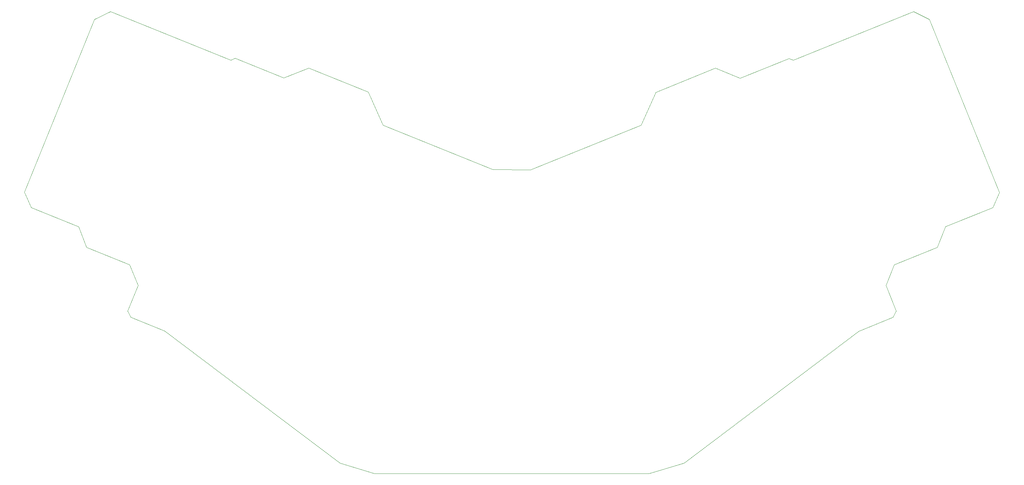
<source format=gbr>
G04 #@! TF.GenerationSoftware,KiCad,Pcbnew,(5.1.4)-1*
G04 #@! TF.CreationDate,2022-11-23T19:21:09-05:00*
G04 #@! TF.ProjectId,ThumbsUp,5468756d-6273-4557-902e-6b696361645f,rev?*
G04 #@! TF.SameCoordinates,Original*
G04 #@! TF.FileFunction,Profile,NP*
%FSLAX46Y46*%
G04 Gerber Fmt 4.6, Leading zero omitted, Abs format (unit mm)*
G04 Created by KiCad (PCBNEW (5.1.4)-1) date 2022-11-23 19:21:09*
%MOMM*%
%LPD*%
G04 APERTURE LIST*
%ADD10C,0.050000*%
G04 APERTURE END LIST*
D10*
X46045367Y-326403852D02*
X48705074Y-319820847D01*
X243996887Y-326417887D02*
X241337180Y-319834881D01*
X178280126Y-278550284D02*
X150001019Y-289975785D01*
X111762128Y-278536250D02*
X140041235Y-289961751D01*
X109600000Y-368300000D02*
X100726946Y-365645347D01*
X180300000Y-368300000D02*
X189315308Y-365659381D01*
X109600000Y-368300000D02*
X180300000Y-368300000D01*
X150001019Y-289975785D02*
X149900000Y-290000000D01*
X140041235Y-289961751D02*
X149900000Y-290000000D01*
X256864341Y-304609663D02*
X256678904Y-304684584D01*
X33177913Y-304595628D02*
X33363350Y-304670550D01*
X19466791Y-295820371D02*
X21217241Y-299763203D01*
X37485368Y-251222828D02*
X19466791Y-295820371D01*
X270575463Y-295834406D02*
X268825012Y-299777238D01*
X252556885Y-251236862D02*
X270575463Y-295834406D01*
X107984939Y-269999691D02*
X92640046Y-263799951D01*
X41633301Y-249231683D02*
X72601241Y-261743543D01*
X35471109Y-309998059D02*
X33363350Y-304670550D01*
X35471109Y-309998059D02*
X46550956Y-314474607D01*
X33177913Y-304595628D02*
X21217241Y-299763203D01*
X55423988Y-331487303D02*
X46893897Y-328040922D01*
X86271105Y-266349772D02*
X73707763Y-261273853D01*
X100726946Y-365645347D02*
X55609425Y-331562224D01*
X46045367Y-326403852D02*
X46893897Y-328040922D01*
X107984939Y-269999691D02*
X111762128Y-278536250D01*
X46550956Y-314474607D02*
X48705074Y-319820847D01*
X86271105Y-266349772D02*
X92640046Y-263799951D01*
X41633301Y-249231683D02*
X37485368Y-251222828D01*
X73707763Y-261273853D02*
X72601241Y-261743543D01*
X55423988Y-331487303D02*
X55609425Y-331562224D01*
X234618266Y-331501337D02*
X234432829Y-331576259D01*
X243491298Y-314488642D02*
X241337180Y-319834881D01*
X248408953Y-249245718D02*
X252556885Y-251236862D01*
X216334490Y-261287887D02*
X217441012Y-261757578D01*
X203771149Y-266363807D02*
X197402208Y-263813986D01*
X234618266Y-331501337D02*
X243148357Y-328054957D01*
X189315308Y-365659381D02*
X234432829Y-331576259D01*
X243996887Y-326417887D02*
X243148357Y-328054957D01*
X248408953Y-249245718D02*
X217441012Y-261757578D01*
X256864341Y-304609663D02*
X268825012Y-299777238D01*
X254571145Y-310012093D02*
X256678904Y-304684584D01*
X254571145Y-310012093D02*
X243491298Y-314488642D01*
X182057315Y-270013725D02*
X178280126Y-278550284D01*
X203771149Y-266363807D02*
X216334490Y-261287887D01*
X182057315Y-270013725D02*
X197402208Y-263813986D01*
M02*

</source>
